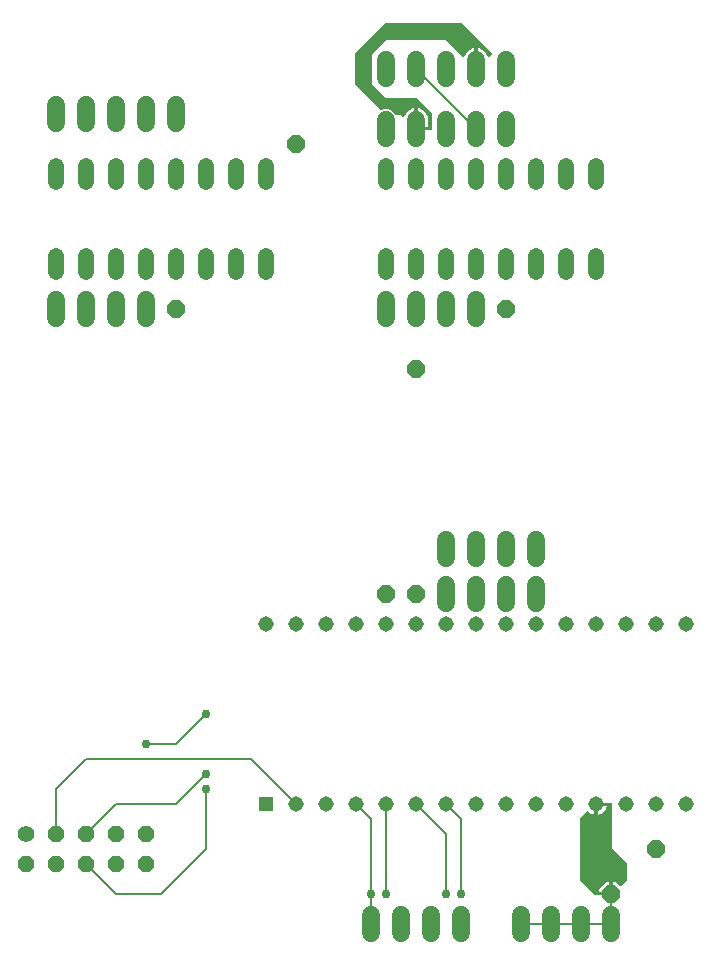
<source format=gbr>
G04 EAGLE Gerber RS-274X export*
G75*
%MOMM*%
%FSLAX34Y34*%
%LPD*%
%INBottom Copper*%
%IPPOS*%
%AMOC8*
5,1,8,0,0,1.08239X$1,22.5*%
G01*
%ADD10R,1.308000X1.308000*%
%ADD11C,1.308000*%
%ADD12C,1.320800*%
%ADD13C,1.524000*%
%ADD14C,1.422400*%
%ADD15P,1.539592X8X22.500000*%
%ADD16P,1.649562X8X22.500000*%
%ADD17C,0.152400*%
%ADD18C,0.756400*%

G36*
X381020Y710442D02*
X381020Y710442D01*
X381039Y710440D01*
X381141Y710462D01*
X381243Y710479D01*
X381260Y710488D01*
X381280Y710492D01*
X381369Y710545D01*
X381460Y710594D01*
X381474Y710608D01*
X381491Y710618D01*
X381558Y710697D01*
X381630Y710772D01*
X381638Y710790D01*
X381651Y710805D01*
X381690Y710901D01*
X381733Y710995D01*
X381735Y711015D01*
X381743Y711033D01*
X381761Y711200D01*
X381761Y723900D01*
X381747Y723990D01*
X381739Y724081D01*
X381727Y724111D01*
X381722Y724143D01*
X381679Y724223D01*
X381643Y724307D01*
X381617Y724339D01*
X381606Y724360D01*
X381583Y724382D01*
X381538Y724438D01*
X368838Y737138D01*
X368764Y737191D01*
X368695Y737251D01*
X368665Y737263D01*
X368639Y737282D01*
X368552Y737309D01*
X368467Y737343D01*
X368426Y737347D01*
X368403Y737354D01*
X368371Y737353D01*
X368300Y737361D01*
X343215Y737361D01*
X330961Y749615D01*
X330961Y774385D01*
X343215Y786639D01*
X393385Y786639D01*
X408025Y771998D01*
X408087Y771954D01*
X408142Y771903D01*
X408186Y771883D01*
X408225Y771855D01*
X408297Y771832D01*
X408366Y771801D01*
X408414Y771796D01*
X408460Y771782D01*
X408536Y771784D01*
X408611Y771777D01*
X408658Y771787D01*
X408706Y771789D01*
X408777Y771815D01*
X408851Y771831D01*
X408892Y771856D01*
X408937Y771873D01*
X408996Y771920D01*
X409061Y771960D01*
X409091Y771997D01*
X409129Y772027D01*
X409170Y772090D01*
X409218Y772148D01*
X409245Y772207D01*
X409262Y772234D01*
X409268Y772259D01*
X409288Y772301D01*
X409684Y773520D01*
X410410Y774945D01*
X411350Y776239D01*
X412481Y777370D01*
X413775Y778310D01*
X415200Y779036D01*
X416721Y779531D01*
X417577Y779666D01*
X417577Y762762D01*
X417580Y762742D01*
X417578Y762723D01*
X417600Y762621D01*
X417617Y762519D01*
X417626Y762502D01*
X417630Y762482D01*
X417683Y762393D01*
X417732Y762302D01*
X417746Y762288D01*
X417756Y762271D01*
X417835Y762204D01*
X417910Y762133D01*
X417928Y762124D01*
X417943Y762111D01*
X418039Y762073D01*
X418133Y762029D01*
X418153Y762027D01*
X418171Y762019D01*
X418338Y762001D01*
X419862Y762001D01*
X419882Y762004D01*
X419901Y762002D01*
X420003Y762024D01*
X420105Y762041D01*
X420122Y762050D01*
X420142Y762054D01*
X420231Y762107D01*
X420322Y762156D01*
X420336Y762170D01*
X420353Y762180D01*
X420420Y762259D01*
X420491Y762334D01*
X420500Y762352D01*
X420513Y762367D01*
X420552Y762463D01*
X420595Y762557D01*
X420597Y762577D01*
X420605Y762595D01*
X420623Y762762D01*
X420623Y779666D01*
X421479Y779531D01*
X423000Y779036D01*
X424425Y778310D01*
X425719Y777370D01*
X426850Y776239D01*
X427790Y774945D01*
X428516Y773520D01*
X428912Y772301D01*
X428947Y772234D01*
X428973Y772163D01*
X429003Y772125D01*
X429025Y772083D01*
X429079Y772030D01*
X429127Y771971D01*
X429167Y771945D01*
X429202Y771911D01*
X429270Y771879D01*
X429334Y771838D01*
X429380Y771826D01*
X429424Y771805D01*
X429499Y771796D01*
X429572Y771778D01*
X429620Y771782D01*
X429668Y771776D01*
X429742Y771791D01*
X429817Y771797D01*
X429862Y771816D01*
X429909Y771826D01*
X429974Y771864D01*
X430044Y771893D01*
X430094Y771934D01*
X430121Y771950D01*
X430138Y771969D01*
X430175Y771998D01*
X432338Y774162D01*
X432350Y774178D01*
X432365Y774190D01*
X432422Y774278D01*
X432482Y774361D01*
X432488Y774380D01*
X432498Y774397D01*
X432524Y774498D01*
X432554Y774597D01*
X432554Y774616D01*
X432559Y774636D01*
X432551Y774739D01*
X432548Y774842D01*
X432541Y774861D01*
X432539Y774881D01*
X432499Y774976D01*
X432463Y775073D01*
X432451Y775089D01*
X432443Y775107D01*
X432338Y775238D01*
X406938Y800638D01*
X406864Y800691D01*
X406795Y800751D01*
X406765Y800763D01*
X406739Y800782D01*
X406652Y800809D01*
X406567Y800843D01*
X406526Y800847D01*
X406503Y800854D01*
X406471Y800853D01*
X406400Y800861D01*
X342900Y800861D01*
X342810Y800847D01*
X342719Y800839D01*
X342689Y800827D01*
X342657Y800822D01*
X342577Y800779D01*
X342493Y800743D01*
X342461Y800717D01*
X342440Y800706D01*
X342418Y800683D01*
X342362Y800638D01*
X316962Y775238D01*
X316909Y775164D01*
X316849Y775095D01*
X316837Y775065D01*
X316818Y775039D01*
X316791Y774952D01*
X316757Y774867D01*
X316753Y774826D01*
X316746Y774803D01*
X316747Y774771D01*
X316739Y774700D01*
X316739Y749300D01*
X316754Y749210D01*
X316761Y749119D01*
X316773Y749089D01*
X316779Y749057D01*
X316821Y748977D01*
X316857Y748893D01*
X316883Y748861D01*
X316894Y748840D01*
X316917Y748818D01*
X316962Y748762D01*
X338372Y727351D01*
X338466Y727284D01*
X338561Y727213D01*
X338567Y727211D01*
X338572Y727208D01*
X338683Y727174D01*
X338795Y727137D01*
X338801Y727137D01*
X338807Y727135D01*
X338924Y727138D01*
X339041Y727140D01*
X339048Y727142D01*
X339053Y727142D01*
X339070Y727148D01*
X339202Y727186D01*
X341081Y727965D01*
X344719Y727965D01*
X348080Y726573D01*
X350653Y724000D01*
X350815Y723609D01*
X350876Y723509D01*
X350936Y723409D01*
X350941Y723405D01*
X350944Y723400D01*
X351034Y723325D01*
X351123Y723249D01*
X351129Y723247D01*
X351134Y723243D01*
X351242Y723201D01*
X351351Y723157D01*
X351359Y723156D01*
X351363Y723155D01*
X351382Y723154D01*
X351518Y723139D01*
X355285Y723139D01*
X357225Y721198D01*
X357287Y721154D01*
X357342Y721103D01*
X357386Y721083D01*
X357425Y721055D01*
X357497Y721032D01*
X357566Y721001D01*
X357614Y720996D01*
X357660Y720982D01*
X357736Y720984D01*
X357811Y720977D01*
X357858Y720987D01*
X357906Y720989D01*
X357977Y721015D01*
X358051Y721031D01*
X358092Y721056D01*
X358137Y721073D01*
X358196Y721120D01*
X358261Y721160D01*
X358291Y721197D01*
X358329Y721227D01*
X358370Y721290D01*
X358418Y721348D01*
X358445Y721407D01*
X358462Y721434D01*
X358468Y721459D01*
X358488Y721501D01*
X358884Y722720D01*
X359610Y724145D01*
X360550Y725439D01*
X361681Y726570D01*
X362975Y727510D01*
X364400Y728236D01*
X365921Y728731D01*
X366777Y728866D01*
X366777Y711962D01*
X366780Y711942D01*
X366778Y711923D01*
X366800Y711821D01*
X366817Y711719D01*
X366826Y711702D01*
X366830Y711682D01*
X366883Y711593D01*
X366932Y711502D01*
X366946Y711488D01*
X366956Y711471D01*
X367035Y711404D01*
X367110Y711333D01*
X367128Y711324D01*
X367143Y711311D01*
X367239Y711273D01*
X367333Y711229D01*
X367353Y711227D01*
X367371Y711219D01*
X367538Y711201D01*
X368301Y711201D01*
X368301Y711200D01*
X368304Y711180D01*
X368302Y711161D01*
X368324Y711059D01*
X368341Y710957D01*
X368350Y710940D01*
X368354Y710920D01*
X368407Y710831D01*
X368456Y710740D01*
X368470Y710726D01*
X368480Y710709D01*
X368559Y710642D01*
X368634Y710571D01*
X368652Y710562D01*
X368667Y710549D01*
X368763Y710510D01*
X368857Y710467D01*
X368877Y710465D01*
X368895Y710457D01*
X369062Y710439D01*
X381000Y710439D01*
X381020Y710442D01*
G37*
G36*
X532658Y62742D02*
X532658Y62742D01*
X532677Y62740D01*
X532779Y62762D01*
X532881Y62779D01*
X532898Y62788D01*
X532918Y62792D01*
X533007Y62845D01*
X533098Y62894D01*
X533112Y62908D01*
X533129Y62918D01*
X533196Y62997D01*
X533267Y63072D01*
X533276Y63090D01*
X533289Y63105D01*
X533327Y63201D01*
X533371Y63295D01*
X533373Y63315D01*
X533381Y63333D01*
X533399Y63500D01*
X533399Y63501D01*
X534162Y63501D01*
X534182Y63504D01*
X534201Y63502D01*
X534303Y63524D01*
X534405Y63541D01*
X534422Y63550D01*
X534442Y63554D01*
X534531Y63607D01*
X534622Y63656D01*
X534636Y63670D01*
X534653Y63680D01*
X534720Y63759D01*
X534791Y63834D01*
X534800Y63852D01*
X534813Y63867D01*
X534852Y63963D01*
X534895Y64057D01*
X534897Y64077D01*
X534905Y64095D01*
X534923Y64262D01*
X534923Y73661D01*
X537609Y73661D01*
X540585Y70685D01*
X540601Y70673D01*
X540613Y70658D01*
X540701Y70601D01*
X540784Y70541D01*
X540803Y70535D01*
X540820Y70525D01*
X540921Y70499D01*
X541020Y70469D01*
X541039Y70469D01*
X541059Y70464D01*
X541162Y70472D01*
X541265Y70475D01*
X541284Y70482D01*
X541304Y70484D01*
X541399Y70524D01*
X541496Y70560D01*
X541512Y70572D01*
X541530Y70580D01*
X541661Y70685D01*
X546638Y75662D01*
X546691Y75736D01*
X546751Y75805D01*
X546763Y75835D01*
X546782Y75861D01*
X546809Y75948D01*
X546843Y76033D01*
X546847Y76074D01*
X546854Y76097D01*
X546853Y76129D01*
X546861Y76200D01*
X546861Y88900D01*
X546847Y88990D01*
X546839Y89081D01*
X546827Y89111D01*
X546822Y89143D01*
X546779Y89223D01*
X546743Y89307D01*
X546717Y89339D01*
X546706Y89360D01*
X546683Y89382D01*
X546638Y89438D01*
X534161Y101915D01*
X534161Y139700D01*
X534158Y139720D01*
X534160Y139739D01*
X534138Y139841D01*
X534122Y139943D01*
X534112Y139960D01*
X534108Y139980D01*
X534055Y140069D01*
X534006Y140160D01*
X533992Y140174D01*
X533982Y140191D01*
X533903Y140258D01*
X533828Y140330D01*
X533810Y140338D01*
X533795Y140351D01*
X533699Y140390D01*
X533605Y140433D01*
X533585Y140435D01*
X533567Y140443D01*
X533400Y140461D01*
X521462Y140461D01*
X521442Y140458D01*
X521423Y140460D01*
X521321Y140438D01*
X521219Y140422D01*
X521202Y140412D01*
X521182Y140408D01*
X521093Y140355D01*
X521002Y140306D01*
X520988Y140292D01*
X520971Y140282D01*
X520904Y140203D01*
X520833Y140128D01*
X520824Y140110D01*
X520811Y140095D01*
X520773Y139999D01*
X520729Y139905D01*
X520727Y139885D01*
X520719Y139867D01*
X520701Y139700D01*
X520701Y139699D01*
X519938Y139699D01*
X519918Y139696D01*
X519899Y139698D01*
X519797Y139676D01*
X519695Y139659D01*
X519678Y139650D01*
X519658Y139646D01*
X519569Y139593D01*
X519478Y139544D01*
X519464Y139530D01*
X519447Y139520D01*
X519380Y139441D01*
X519309Y139366D01*
X519300Y139348D01*
X519287Y139333D01*
X519248Y139237D01*
X519205Y139143D01*
X519203Y139123D01*
X519195Y139105D01*
X519177Y138938D01*
X519177Y130744D01*
X518051Y130968D01*
X516399Y131653D01*
X514911Y132647D01*
X514279Y133279D01*
X514263Y133291D01*
X514250Y133306D01*
X514163Y133362D01*
X514079Y133422D01*
X514060Y133428D01*
X514043Y133439D01*
X513943Y133464D01*
X513844Y133495D01*
X513824Y133494D01*
X513805Y133499D01*
X513702Y133491D01*
X513598Y133488D01*
X513579Y133482D01*
X513560Y133480D01*
X513465Y133440D01*
X513367Y133404D01*
X513352Y133392D01*
X513333Y133384D01*
X513202Y133279D01*
X507462Y127538D01*
X507409Y127464D01*
X507349Y127395D01*
X507337Y127365D01*
X507318Y127339D01*
X507291Y127252D01*
X507257Y127167D01*
X507253Y127126D01*
X507246Y127103D01*
X507247Y127071D01*
X507239Y127000D01*
X507239Y76200D01*
X507254Y76110D01*
X507261Y76019D01*
X507273Y75989D01*
X507279Y75957D01*
X507321Y75877D01*
X507357Y75793D01*
X507383Y75761D01*
X507394Y75740D01*
X507417Y75718D01*
X507462Y75662D01*
X520162Y62962D01*
X520236Y62909D01*
X520305Y62849D01*
X520335Y62837D01*
X520361Y62818D01*
X520448Y62791D01*
X520533Y62757D01*
X520574Y62753D01*
X520597Y62746D01*
X520629Y62747D01*
X520700Y62739D01*
X532638Y62739D01*
X532658Y62742D01*
G37*
%LPC*%
G36*
X369823Y712723D02*
X369823Y712723D01*
X369823Y728866D01*
X370679Y728731D01*
X372200Y728236D01*
X373625Y727510D01*
X374919Y726570D01*
X376050Y725439D01*
X376990Y724145D01*
X377716Y722720D01*
X378211Y721199D01*
X378461Y719620D01*
X378461Y712723D01*
X369823Y712723D01*
G37*
%LPD*%
%LPC*%
G36*
X523239Y65023D02*
X523239Y65023D01*
X523239Y67709D01*
X529191Y73661D01*
X531877Y73661D01*
X531877Y65023D01*
X523239Y65023D01*
G37*
%LPD*%
%LPC*%
G36*
X522223Y138177D02*
X522223Y138177D01*
X529656Y138177D01*
X529432Y137051D01*
X528747Y135399D01*
X527753Y133911D01*
X526489Y132647D01*
X525001Y131653D01*
X523349Y130968D01*
X522223Y130744D01*
X522223Y138177D01*
G37*
%LPD*%
D10*
X241300Y139700D03*
D11*
X266700Y139700D03*
X292100Y139700D03*
X317500Y139700D03*
X342900Y139700D03*
X368300Y139700D03*
X393700Y139700D03*
X419100Y139700D03*
X444500Y139700D03*
X469900Y139700D03*
X495300Y139700D03*
X520700Y139700D03*
X546100Y139700D03*
X571500Y139700D03*
X596900Y139700D03*
X596900Y292100D03*
X571500Y292100D03*
X546100Y292100D03*
X520700Y292100D03*
X495300Y292100D03*
X469900Y292100D03*
X444500Y292100D03*
X419100Y292100D03*
X393700Y292100D03*
X368300Y292100D03*
X342900Y292100D03*
X317500Y292100D03*
X292100Y292100D03*
X266700Y292100D03*
X241300Y292100D03*
D12*
X63500Y590296D02*
X63500Y603504D01*
X88900Y603504D02*
X88900Y590296D01*
X215900Y590296D02*
X215900Y603504D01*
X241300Y603504D02*
X241300Y590296D01*
X114300Y590296D02*
X114300Y603504D01*
X139700Y603504D02*
X139700Y590296D01*
X190500Y590296D02*
X190500Y603504D01*
X165100Y603504D02*
X165100Y590296D01*
X241300Y666496D02*
X241300Y679704D01*
X215900Y679704D02*
X215900Y666496D01*
X190500Y666496D02*
X190500Y679704D01*
X165100Y679704D02*
X165100Y666496D01*
X139700Y666496D02*
X139700Y679704D01*
X114300Y679704D02*
X114300Y666496D01*
X88900Y666496D02*
X88900Y679704D01*
X63500Y679704D02*
X63500Y666496D01*
X342900Y603504D02*
X342900Y590296D01*
X368300Y590296D02*
X368300Y603504D01*
X495300Y603504D02*
X495300Y590296D01*
X520700Y590296D02*
X520700Y603504D01*
X393700Y603504D02*
X393700Y590296D01*
X419100Y590296D02*
X419100Y603504D01*
X469900Y603504D02*
X469900Y590296D01*
X444500Y590296D02*
X444500Y603504D01*
X520700Y666496D02*
X520700Y679704D01*
X495300Y679704D02*
X495300Y666496D01*
X469900Y666496D02*
X469900Y679704D01*
X444500Y679704D02*
X444500Y666496D01*
X419100Y666496D02*
X419100Y679704D01*
X393700Y679704D02*
X393700Y666496D01*
X368300Y666496D02*
X368300Y679704D01*
X342900Y679704D02*
X342900Y666496D01*
D13*
X63500Y716280D02*
X63500Y731520D01*
X88900Y731520D02*
X88900Y716280D01*
X114300Y716280D02*
X114300Y731520D01*
X139700Y731520D02*
X139700Y716280D01*
X165100Y716280D02*
X165100Y731520D01*
X342900Y754380D02*
X342900Y769620D01*
X368300Y769620D02*
X368300Y754380D01*
X393700Y754380D02*
X393700Y769620D01*
X419100Y769620D02*
X419100Y754380D01*
X444500Y754380D02*
X444500Y769620D01*
X342900Y718820D02*
X342900Y703580D01*
X368300Y703580D02*
X368300Y718820D01*
X393700Y718820D02*
X393700Y703580D01*
X419100Y703580D02*
X419100Y718820D01*
X444500Y718820D02*
X444500Y703580D01*
D14*
X38100Y114300D03*
D15*
X38100Y88900D03*
X63500Y114300D03*
X63500Y88900D03*
X88900Y114300D03*
X88900Y88900D03*
X114300Y114300D03*
X114300Y88900D03*
X139700Y114300D03*
X139700Y88900D03*
D13*
X393700Y347980D02*
X393700Y363220D01*
X419100Y363220D02*
X419100Y347980D01*
X444500Y347980D02*
X444500Y363220D01*
X469900Y363220D02*
X469900Y347980D01*
X393700Y325120D02*
X393700Y309880D01*
X419100Y309880D02*
X419100Y325120D01*
X444500Y325120D02*
X444500Y309880D01*
X469900Y309880D02*
X469900Y325120D01*
X63500Y551180D02*
X63500Y566420D01*
X88900Y566420D02*
X88900Y551180D01*
X114300Y551180D02*
X114300Y566420D01*
X139700Y566420D02*
X139700Y551180D01*
X342900Y551180D02*
X342900Y566420D01*
X368300Y566420D02*
X368300Y551180D01*
X393700Y551180D02*
X393700Y566420D01*
X419100Y566420D02*
X419100Y551180D01*
D16*
X368300Y317500D03*
X342900Y317500D03*
X165100Y558800D03*
X368300Y508000D03*
X533400Y63500D03*
X571500Y101600D03*
X444500Y558800D03*
X266700Y698500D03*
D13*
X330200Y45720D02*
X330200Y30480D01*
X355600Y30480D02*
X355600Y45720D01*
X381000Y45720D02*
X381000Y30480D01*
X406400Y30480D02*
X406400Y45720D01*
X457200Y45720D02*
X457200Y30480D01*
X482600Y30480D02*
X482600Y45720D01*
X508000Y45720D02*
X508000Y30480D01*
X533400Y30480D02*
X533400Y45720D01*
D17*
X330200Y38100D02*
X330200Y63500D01*
D18*
X330200Y63500D03*
D17*
X330200Y127000D02*
X317500Y139700D01*
X330200Y127000D02*
X330200Y63500D01*
X419100Y711200D02*
X368300Y762000D01*
D18*
X190500Y215900D03*
D17*
X165100Y190500D01*
X139700Y190500D01*
D18*
X139700Y190500D03*
X190500Y165100D03*
D17*
X165100Y139700D01*
X114300Y139700D02*
X88900Y114300D01*
X114300Y139700D02*
X165100Y139700D01*
X88900Y88900D02*
X114300Y63500D01*
X152400Y63500D01*
X190500Y101600D01*
X190500Y152400D01*
D18*
X190500Y152400D03*
D17*
X63500Y152400D02*
X63500Y114300D01*
X63500Y152400D02*
X88900Y177800D01*
X228600Y177800D02*
X266700Y139700D01*
X228600Y177800D02*
X88900Y177800D01*
D18*
X342900Y63500D03*
D17*
X342900Y139700D01*
D18*
X393700Y63500D03*
D17*
X393700Y114300D01*
X368300Y139700D01*
D18*
X406400Y63500D03*
D17*
X406400Y127000D01*
X393700Y139700D01*
X533400Y63500D02*
X533400Y38100D01*
X508000Y38100D01*
X482600Y38100D01*
X457200Y38100D01*
M02*

</source>
